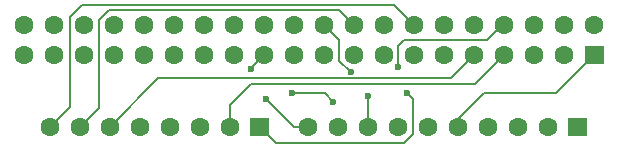
<source format=gbr>
%TF.GenerationSoftware,KiCad,Pcbnew,8.0.4*%
%TF.CreationDate,2024-08-28T09:53:51+01:00*%
%TF.ProjectId,qmmister-snac-restore,716d6d69-7374-4657-922d-736e61632d72,rev?*%
%TF.SameCoordinates,Original*%
%TF.FileFunction,Copper,L1,Top*%
%TF.FilePolarity,Positive*%
%FSLAX46Y46*%
G04 Gerber Fmt 4.6, Leading zero omitted, Abs format (unit mm)*
G04 Created by KiCad (PCBNEW 8.0.4) date 2024-08-28 09:53:51*
%MOMM*%
%LPD*%
G01*
G04 APERTURE LIST*
%TA.AperFunction,NonConductor*%
%ADD10C,0.000000*%
%TD*%
%TA.AperFunction,ViaPad*%
%ADD11C,1.600000*%
%TD*%
%TA.AperFunction,ViaPad*%
%ADD12C,0.600000*%
%TD*%
%TA.AperFunction,ViaPad*%
%ADD13C,1.000010*%
%TD*%
%TA.AperFunction,Conductor*%
%ADD14C,0.200000*%
%TD*%
G04 APERTURE END LIST*
D10*
%TA.AperFunction,NonConductor*%
G36*
X145626000Y-100324000D02*
G01*
X144026000Y-100324000D01*
X144026000Y-98724000D01*
X145626000Y-98724000D01*
X145626000Y-100324000D01*
G37*
%TD.AperFunction*%
%TA.AperFunction,NonConductor*%
G36*
X117306000Y-106424000D02*
G01*
X115706000Y-106424000D01*
X115706000Y-104824000D01*
X117306000Y-104824000D01*
X117306000Y-106424000D01*
G37*
%TD.AperFunction*%
%TA.AperFunction,NonConductor*%
G36*
X144226000Y-106424000D02*
G01*
X142626000Y-106424000D01*
X142626000Y-104824000D01*
X144226000Y-104824000D01*
X144226000Y-106424000D01*
G37*
%TD.AperFunction*%
D11*
%TO.N,*%
X108886000Y-105624000D03*
X142286000Y-99524000D03*
X124506000Y-99524000D03*
X130726000Y-105624000D03*
X139746000Y-99524000D03*
D12*
X128250000Y-100500000D03*
X122750000Y-103500000D03*
D11*
X127046000Y-96984000D03*
X135806000Y-105624000D03*
X109266000Y-99524000D03*
X127046000Y-99524000D03*
D12*
X129000000Y-102750000D03*
D11*
X121966000Y-96984000D03*
X129586000Y-96984000D03*
D13*
X144826000Y-99524000D03*
D11*
X116886000Y-96984000D03*
X101646000Y-99524000D03*
X98726000Y-105624000D03*
X99106000Y-96984000D03*
D12*
X119250000Y-102750000D03*
D11*
X104186000Y-99524000D03*
X103806000Y-105624000D03*
D12*
X125650741Y-102956869D03*
D11*
X140886000Y-105624000D03*
X106346000Y-105624000D03*
X137206000Y-96984000D03*
X101266000Y-105624000D03*
X106726000Y-99524000D03*
X119426000Y-99524000D03*
D12*
X115750000Y-100750000D03*
D11*
X138346000Y-105624000D03*
X111806000Y-99524000D03*
X116886000Y-99524000D03*
X123106000Y-105624000D03*
X132126000Y-99524000D03*
X134666000Y-96984000D03*
X124506000Y-96984000D03*
X139746000Y-96984000D03*
X120566000Y-105624000D03*
D12*
X117000000Y-103250000D03*
D11*
X125646000Y-105624000D03*
X137206000Y-99524000D03*
X132126000Y-96984000D03*
X133266000Y-105624000D03*
X121966000Y-99524000D03*
X111806000Y-96984000D03*
X144826000Y-96984000D03*
D13*
X116506000Y-105624000D03*
D11*
X114346000Y-96984000D03*
X106726000Y-96984000D03*
X96566000Y-96984000D03*
X119426000Y-96984000D03*
X109266000Y-96984000D03*
X128186000Y-105624000D03*
X101646000Y-96984000D03*
X114346000Y-99524000D03*
X99106000Y-99524000D03*
X134666000Y-99524000D03*
X104186000Y-96984000D03*
D12*
X124250000Y-101000000D03*
D13*
X143426000Y-105624000D03*
D11*
X111426000Y-105624000D03*
X142286000Y-96984000D03*
X129586000Y-99524000D03*
X96566000Y-99524000D03*
X113966000Y-105624000D03*
%TD*%
D14*
%TO.N,*%
X123250000Y-100000000D02*
X124250000Y-101000000D01*
X121966000Y-96984000D02*
X123250000Y-98268000D01*
X132690000Y-101500000D02*
X134666000Y-99524000D01*
X102897696Y-103992304D02*
X101266000Y-105624000D01*
X101500000Y-95250000D02*
X100411789Y-96338211D01*
X117000000Y-103250000D02*
X119374000Y-105624000D01*
X115750000Y-100750000D02*
X115750000Y-100660000D01*
X137206000Y-99524000D02*
X134730000Y-102000000D01*
X123250000Y-98268000D02*
X123250000Y-100000000D01*
X125650741Y-102956869D02*
X125650741Y-105619259D01*
X125650741Y-105619259D02*
X125646000Y-105624000D01*
X129500000Y-103250000D02*
X129500000Y-106250000D01*
X137206000Y-96984000D02*
X137016000Y-96984000D01*
X134730000Y-102000000D02*
X115750000Y-102000000D01*
X128250000Y-98750000D02*
X128250000Y-100500000D01*
X100411789Y-96338211D02*
X100411789Y-103938211D01*
X128750000Y-98250000D02*
X128250000Y-98750000D01*
X133266000Y-104984000D02*
X133266000Y-105624000D01*
X107930000Y-101500000D02*
X132690000Y-101500000D01*
X124506000Y-96984000D02*
X124484000Y-96984000D01*
X122000000Y-102750000D02*
X122750000Y-103500000D01*
X117882000Y-107000000D02*
X116506000Y-105624000D01*
X127852000Y-95250000D02*
X101500000Y-95250000D01*
X137016000Y-96984000D02*
X135750000Y-98250000D01*
X115750000Y-100660000D02*
X116886000Y-99524000D01*
X113966000Y-103784000D02*
X113966000Y-105624000D01*
X129500000Y-106250000D02*
X128750000Y-107000000D01*
X135750000Y-98250000D02*
X128750000Y-98250000D01*
X129000000Y-102750000D02*
X129500000Y-103250000D01*
X103806000Y-105624000D02*
X107930000Y-101500000D01*
X102897696Y-96602304D02*
X102897696Y-103992304D01*
X129586000Y-96984000D02*
X127852000Y-95250000D01*
X119250000Y-102750000D02*
X122000000Y-102750000D01*
X144826000Y-99524000D02*
X141600000Y-102750000D01*
X128750000Y-107000000D02*
X117882000Y-107000000D01*
X119374000Y-105624000D02*
X120566000Y-105624000D01*
X141600000Y-102750000D02*
X135500000Y-102750000D01*
X100411789Y-103938211D02*
X98726000Y-105624000D01*
X135500000Y-102750000D02*
X133266000Y-104984000D01*
X124484000Y-96984000D02*
X123250000Y-95750000D01*
X123250000Y-95750000D02*
X103750000Y-95750000D01*
X103750000Y-95750000D02*
X102897696Y-96602304D01*
X115750000Y-102000000D02*
X113966000Y-103784000D01*
%TD*%
M02*

</source>
